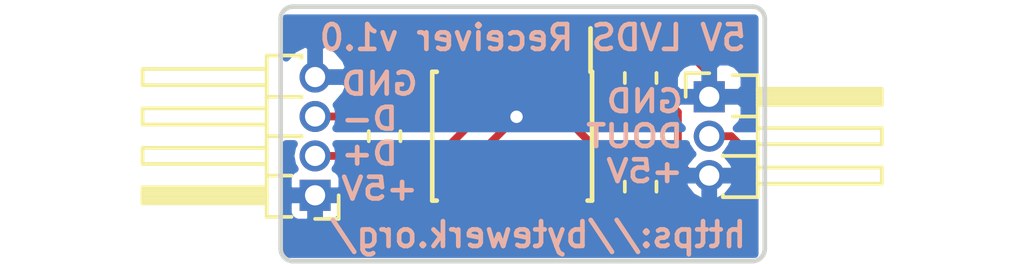
<source format=kicad_pcb>
(kicad_pcb (version 20171130) (host pcbnew 5.0.0-rc2-unknown-dd436b6~65~ubuntu18.04.1)

  (general
    (thickness 1.6)
    (drawings 12)
    (tracks 35)
    (zones 0)
    (modules 6)
    (nets 10)
  )

  (page A4)
  (layers
    (0 F.Cu signal)
    (31 B.Cu signal)
    (32 B.Adhes user)
    (33 F.Adhes user)
    (34 B.Paste user)
    (35 F.Paste user)
    (36 B.SilkS user)
    (37 F.SilkS user)
    (38 B.Mask user)
    (39 F.Mask user)
    (40 Dwgs.User user)
    (41 Cmts.User user)
    (42 Eco1.User user)
    (43 Eco2.User user)
    (44 Edge.Cuts user)
    (45 Margin user)
    (46 B.CrtYd user)
    (47 F.CrtYd user)
    (48 B.Fab user)
    (49 F.Fab user)
  )

  (setup
    (last_trace_width 0.1524)
    (trace_clearance 0.1524)
    (zone_clearance 0.127)
    (zone_45_only no)
    (trace_min 0.1524)
    (segment_width 0.2)
    (edge_width 0.15)
    (via_size 0.6858)
    (via_drill 0.3302)
    (via_min_size 0.508)
    (via_min_drill 0.254)
    (uvia_size 0.6858)
    (uvia_drill 0.3302)
    (uvias_allowed no)
    (uvia_min_size 0.2)
    (uvia_min_drill 0.1)
    (pcb_text_width 0.3)
    (pcb_text_size 1.5 1.5)
    (mod_edge_width 0.15)
    (mod_text_size 1 1)
    (mod_text_width 0.15)
    (pad_size 1.524 1.524)
    (pad_drill 0.762)
    (pad_to_mask_clearance 0.0508)
    (aux_axis_origin 0 0)
    (visible_elements FFFFFF7F)
    (pcbplotparams
      (layerselection 0x010fc_ffffffff)
      (usegerberextensions false)
      (usegerberattributes false)
      (usegerberadvancedattributes false)
      (creategerberjobfile false)
      (excludeedgelayer true)
      (linewidth 0.100000)
      (plotframeref false)
      (viasonmask false)
      (mode 1)
      (useauxorigin false)
      (hpglpennumber 1)
      (hpglpenspeed 20)
      (hpglpendiameter 15.000000)
      (psnegative false)
      (psa4output false)
      (plotreference true)
      (plotvalue true)
      (plotinvisibletext false)
      (padsonsilk false)
      (subtractmaskfromsilk false)
      (outputformat 1)
      (mirror false)
      (drillshape 1)
      (scaleselection 1)
      (outputdirectory ""))
  )

  (net 0 "")
  (net 1 +5V)
  (net 2 GND)
  (net 3 "Net-(J1-Pad2)")
  (net 4 "Net-(J1-Pad3)")
  (net 5 "Net-(J2-Pad2)")
  (net 6 "Net-(R2-Pad2)")
  (net 7 "Net-(U1-Pad6)")
  (net 8 "Net-(U1-Pad7)")
  (net 9 "Net-(U1-Pad8)")

  (net_class Default "This is the default net class."
    (clearance 0.1524)
    (trace_width 0.1524)
    (via_dia 0.6858)
    (via_drill 0.3302)
    (uvia_dia 0.6858)
    (uvia_drill 0.3302)
    (add_net +5V)
    (add_net GND)
    (add_net "Net-(J1-Pad2)")
    (add_net "Net-(J1-Pad3)")
    (add_net "Net-(J2-Pad2)")
    (add_net "Net-(R2-Pad2)")
    (add_net "Net-(U1-Pad6)")
    (add_net "Net-(U1-Pad7)")
    (add_net "Net-(U1-Pad8)")
  )

  (module Capacitor_SMD:C_0603_1608Metric (layer F.Cu) (tedit 5B2FCDFF) (tstamp 5B319D6E)
    (at 154 77.5 90)
    (descr "Capacitor SMD 0603 (1608 Metric), square (rectangular) end terminal, IPC_7351 nominal, (Body size source: http://www.tortai-tech.com/upload/download/2011102023233369053.pdf), generated with kicad-footprint-generator")
    (tags capacitor)
    (path /5B30B16E)
    (attr smd)
    (fp_text reference C1 (at 0 -1.43 90) (layer F.SilkS) hide
      (effects (font (size 1 1) (thickness 0.15)))
    )
    (fp_text value 1uF (at 0 1.43 90) (layer F.Fab)
      (effects (font (size 1 1) (thickness 0.15)))
    )
    (fp_line (start -0.8 0.4) (end -0.8 -0.4) (layer F.Fab) (width 0.1))
    (fp_line (start -0.8 -0.4) (end 0.8 -0.4) (layer F.Fab) (width 0.1))
    (fp_line (start 0.8 -0.4) (end 0.8 0.4) (layer F.Fab) (width 0.1))
    (fp_line (start 0.8 0.4) (end -0.8 0.4) (layer F.Fab) (width 0.1))
    (fp_line (start -0.162779 -0.51) (end 0.162779 -0.51) (layer F.SilkS) (width 0.12))
    (fp_line (start -0.162779 0.51) (end 0.162779 0.51) (layer F.SilkS) (width 0.12))
    (fp_line (start -1.48 0.73) (end -1.48 -0.73) (layer F.CrtYd) (width 0.05))
    (fp_line (start -1.48 -0.73) (end 1.48 -0.73) (layer F.CrtYd) (width 0.05))
    (fp_line (start 1.48 -0.73) (end 1.48 0.73) (layer F.CrtYd) (width 0.05))
    (fp_line (start 1.48 0.73) (end -1.48 0.73) (layer F.CrtYd) (width 0.05))
    (fp_text user %R (at 0 0 90) (layer F.Fab)
      (effects (font (size 0.4 0.4) (thickness 0.06)))
    )
    (pad 1 smd roundrect (at -0.7875 0 90) (size 0.875 0.95) (layers F.Cu F.Paste F.Mask) (roundrect_rratio 0.25)
      (net 1 +5V))
    (pad 2 smd roundrect (at 0.7875 0 90) (size 0.875 0.95) (layers F.Cu F.Paste F.Mask) (roundrect_rratio 0.25)
      (net 2 GND))
    (model ${KISYS3DMOD}/Capacitor_SMD.3dshapes/C_0603_1608Metric.wrl
      (at (xyz 0 0 0))
      (scale (xyz 1 1 1))
      (rotate (xyz 0 0 0))
    )
  )

  (module Connector_PinHeader_1.27mm:PinHeader_1x04_P1.27mm_Horizontal (layer F.Cu) (tedit 5B2FCE10) (tstamp 5B3197E1)
    (at 143.51 81.28 180)
    (descr "Through hole angled pin header, 1x04, 1.27mm pitch, 4.0mm pin length, single row")
    (tags "Through hole angled pin header THT 1x04 1.27mm single row")
    (path /5B3081A1)
    (fp_text reference J1 (at 0.01 -1.47 180) (layer F.SilkS) hide
      (effects (font (size 1 1) (thickness 0.15)))
    )
    (fp_text value Conn_01x04_Female (at 2.4325 5.445 180) (layer F.Fab)
      (effects (font (size 1 1) (thickness 0.15)))
    )
    (fp_line (start 0.75 -0.635) (end 1.5 -0.635) (layer F.Fab) (width 0.1))
    (fp_line (start 1.5 -0.635) (end 1.5 4.445) (layer F.Fab) (width 0.1))
    (fp_line (start 1.5 4.445) (end 0.5 4.445) (layer F.Fab) (width 0.1))
    (fp_line (start 0.5 4.445) (end 0.5 -0.385) (layer F.Fab) (width 0.1))
    (fp_line (start 0.5 -0.385) (end 0.75 -0.635) (layer F.Fab) (width 0.1))
    (fp_line (start -0.2 -0.2) (end 0.5 -0.2) (layer F.Fab) (width 0.1))
    (fp_line (start -0.2 -0.2) (end -0.2 0.2) (layer F.Fab) (width 0.1))
    (fp_line (start -0.2 0.2) (end 0.5 0.2) (layer F.Fab) (width 0.1))
    (fp_line (start 1.5 -0.2) (end 5.5 -0.2) (layer F.Fab) (width 0.1))
    (fp_line (start 5.5 -0.2) (end 5.5 0.2) (layer F.Fab) (width 0.1))
    (fp_line (start 1.5 0.2) (end 5.5 0.2) (layer F.Fab) (width 0.1))
    (fp_line (start -0.2 1.07) (end 0.5 1.07) (layer F.Fab) (width 0.1))
    (fp_line (start -0.2 1.07) (end -0.2 1.47) (layer F.Fab) (width 0.1))
    (fp_line (start -0.2 1.47) (end 0.5 1.47) (layer F.Fab) (width 0.1))
    (fp_line (start 1.5 1.07) (end 5.5 1.07) (layer F.Fab) (width 0.1))
    (fp_line (start 5.5 1.07) (end 5.5 1.47) (layer F.Fab) (width 0.1))
    (fp_line (start 1.5 1.47) (end 5.5 1.47) (layer F.Fab) (width 0.1))
    (fp_line (start -0.2 2.34) (end 0.5 2.34) (layer F.Fab) (width 0.1))
    (fp_line (start -0.2 2.34) (end -0.2 2.74) (layer F.Fab) (width 0.1))
    (fp_line (start -0.2 2.74) (end 0.5 2.74) (layer F.Fab) (width 0.1))
    (fp_line (start 1.5 2.34) (end 5.5 2.34) (layer F.Fab) (width 0.1))
    (fp_line (start 5.5 2.34) (end 5.5 2.74) (layer F.Fab) (width 0.1))
    (fp_line (start 1.5 2.74) (end 5.5 2.74) (layer F.Fab) (width 0.1))
    (fp_line (start -0.2 3.61) (end 0.5 3.61) (layer F.Fab) (width 0.1))
    (fp_line (start -0.2 3.61) (end -0.2 4.01) (layer F.Fab) (width 0.1))
    (fp_line (start -0.2 4.01) (end 0.5 4.01) (layer F.Fab) (width 0.1))
    (fp_line (start 1.5 3.61) (end 5.5 3.61) (layer F.Fab) (width 0.1))
    (fp_line (start 5.5 3.61) (end 5.5 4.01) (layer F.Fab) (width 0.1))
    (fp_line (start 1.5 4.01) (end 5.5 4.01) (layer F.Fab) (width 0.1))
    (fp_line (start 0.76 -0.695) (end 1.56 -0.695) (layer F.SilkS) (width 0.12))
    (fp_line (start 1.56 -0.695) (end 1.56 4.505) (layer F.SilkS) (width 0.12))
    (fp_line (start 1.56 4.505) (end 0.44 4.505) (layer F.SilkS) (width 0.12))
    (fp_line (start 0.44 4.505) (end 0.44 4.429677) (layer F.SilkS) (width 0.12))
    (fp_line (start 1.56 -0.26) (end 5.56 -0.26) (layer F.SilkS) (width 0.12))
    (fp_line (start 5.56 -0.26) (end 5.56 0.26) (layer F.SilkS) (width 0.12))
    (fp_line (start 5.56 0.26) (end 1.56 0.26) (layer F.SilkS) (width 0.12))
    (fp_line (start 1.56 -0.2) (end 5.56 -0.2) (layer F.SilkS) (width 0.12))
    (fp_line (start 1.56 -0.08) (end 5.56 -0.08) (layer F.SilkS) (width 0.12))
    (fp_line (start 1.56 0.04) (end 5.56 0.04) (layer F.SilkS) (width 0.12))
    (fp_line (start 1.56 0.16) (end 5.56 0.16) (layer F.SilkS) (width 0.12))
    (fp_line (start 0.76 0.635) (end 1.56 0.635) (layer F.SilkS) (width 0.12))
    (fp_line (start 1.56 1.01) (end 5.56 1.01) (layer F.SilkS) (width 0.12))
    (fp_line (start 5.56 1.01) (end 5.56 1.53) (layer F.SilkS) (width 0.12))
    (fp_line (start 5.56 1.53) (end 1.56 1.53) (layer F.SilkS) (width 0.12))
    (fp_line (start 0.44 1.905) (end 1.56 1.905) (layer F.SilkS) (width 0.12))
    (fp_line (start 0.44 1.889677) (end 0.44 1.920323) (layer F.SilkS) (width 0.12))
    (fp_line (start 1.56 2.28) (end 5.56 2.28) (layer F.SilkS) (width 0.12))
    (fp_line (start 5.56 2.28) (end 5.56 2.8) (layer F.SilkS) (width 0.12))
    (fp_line (start 5.56 2.8) (end 1.56 2.8) (layer F.SilkS) (width 0.12))
    (fp_line (start 0.44 3.175) (end 1.56 3.175) (layer F.SilkS) (width 0.12))
    (fp_line (start 0.44 3.159677) (end 0.44 3.190323) (layer F.SilkS) (width 0.12))
    (fp_line (start 1.56 3.55) (end 5.56 3.55) (layer F.SilkS) (width 0.12))
    (fp_line (start 5.56 3.55) (end 5.56 4.07) (layer F.SilkS) (width 0.12))
    (fp_line (start 5.56 4.07) (end 1.56 4.07) (layer F.SilkS) (width 0.12))
    (fp_line (start -0.76 0) (end -0.76 -0.76) (layer F.SilkS) (width 0.12))
    (fp_line (start -0.76 -0.76) (end 0 -0.76) (layer F.SilkS) (width 0.12))
    (fp_line (start -1.15 -1.15) (end -1.15 4.95) (layer F.CrtYd) (width 0.05))
    (fp_line (start -1.15 4.95) (end 6 4.95) (layer F.CrtYd) (width 0.05))
    (fp_line (start 6 4.95) (end 6 -1.15) (layer F.CrtYd) (width 0.05))
    (fp_line (start 6 -1.15) (end -1.15 -1.15) (layer F.CrtYd) (width 0.05))
    (fp_text user %R (at 1 1.905 270) (layer F.Fab)
      (effects (font (size 0.6 0.6) (thickness 0.09)))
    )
    (pad 1 thru_hole rect (at 0 0 180) (size 1 1) (drill 0.65) (layers *.Cu *.Mask)
      (net 1 +5V))
    (pad 2 thru_hole oval (at 0 1.27 180) (size 1 1) (drill 0.65) (layers *.Cu *.Mask)
      (net 3 "Net-(J1-Pad2)"))
    (pad 3 thru_hole oval (at 0 2.54 180) (size 1 1) (drill 0.65) (layers *.Cu *.Mask)
      (net 4 "Net-(J1-Pad3)"))
    (pad 4 thru_hole oval (at 0 3.81 180) (size 1 1) (drill 0.65) (layers *.Cu *.Mask)
      (net 2 GND))
    (model ${KISYS3DMOD}/Connector_PinHeader_1.27mm.3dshapes/PinHeader_1x04_P1.27mm_Horizontal.wrl
      (at (xyz 0 0 0))
      (scale (xyz 1 1 1))
      (rotate (xyz 0 0 0))
    )
  )

  (module Connector_PinHeader_1.27mm:PinHeader_1x03_P1.27mm_Horizontal (layer F.Cu) (tedit 5B2FCDFB) (tstamp 5B3182BE)
    (at 156.21 78.105)
    (descr "Through hole angled pin header, 1x03, 1.27mm pitch, 4.0mm pin length, single row")
    (tags "Through hole angled pin header THT 1x03 1.27mm single row")
    (path /5B308F59)
    (fp_text reference J2 (at 0.04 -1.635) (layer F.SilkS) hide
      (effects (font (size 1 1) (thickness 0.15)))
    )
    (fp_text value Conn_01x03_Female (at 2.4325 4.175) (layer F.Fab)
      (effects (font (size 1 1) (thickness 0.15)))
    )
    (fp_line (start 0.75 -0.635) (end 1.5 -0.635) (layer F.Fab) (width 0.1))
    (fp_line (start 1.5 -0.635) (end 1.5 3.175) (layer F.Fab) (width 0.1))
    (fp_line (start 1.5 3.175) (end 0.5 3.175) (layer F.Fab) (width 0.1))
    (fp_line (start 0.5 3.175) (end 0.5 -0.385) (layer F.Fab) (width 0.1))
    (fp_line (start 0.5 -0.385) (end 0.75 -0.635) (layer F.Fab) (width 0.1))
    (fp_line (start -0.2 -0.2) (end 0.5 -0.2) (layer F.Fab) (width 0.1))
    (fp_line (start -0.2 -0.2) (end -0.2 0.2) (layer F.Fab) (width 0.1))
    (fp_line (start -0.2 0.2) (end 0.5 0.2) (layer F.Fab) (width 0.1))
    (fp_line (start 1.5 -0.2) (end 5.5 -0.2) (layer F.Fab) (width 0.1))
    (fp_line (start 5.5 -0.2) (end 5.5 0.2) (layer F.Fab) (width 0.1))
    (fp_line (start 1.5 0.2) (end 5.5 0.2) (layer F.Fab) (width 0.1))
    (fp_line (start -0.2 1.07) (end 0.5 1.07) (layer F.Fab) (width 0.1))
    (fp_line (start -0.2 1.07) (end -0.2 1.47) (layer F.Fab) (width 0.1))
    (fp_line (start -0.2 1.47) (end 0.5 1.47) (layer F.Fab) (width 0.1))
    (fp_line (start 1.5 1.07) (end 5.5 1.07) (layer F.Fab) (width 0.1))
    (fp_line (start 5.5 1.07) (end 5.5 1.47) (layer F.Fab) (width 0.1))
    (fp_line (start 1.5 1.47) (end 5.5 1.47) (layer F.Fab) (width 0.1))
    (fp_line (start -0.2 2.34) (end 0.5 2.34) (layer F.Fab) (width 0.1))
    (fp_line (start -0.2 2.34) (end -0.2 2.74) (layer F.Fab) (width 0.1))
    (fp_line (start -0.2 2.74) (end 0.5 2.74) (layer F.Fab) (width 0.1))
    (fp_line (start 1.5 2.34) (end 5.5 2.34) (layer F.Fab) (width 0.1))
    (fp_line (start 5.5 2.34) (end 5.5 2.74) (layer F.Fab) (width 0.1))
    (fp_line (start 1.5 2.74) (end 5.5 2.74) (layer F.Fab) (width 0.1))
    (fp_line (start 0.76 -0.695) (end 1.56 -0.695) (layer F.SilkS) (width 0.12))
    (fp_line (start 1.56 -0.695) (end 1.56 3.235) (layer F.SilkS) (width 0.12))
    (fp_line (start 1.56 3.235) (end 0.44 3.235) (layer F.SilkS) (width 0.12))
    (fp_line (start 0.44 3.235) (end 0.44 3.159677) (layer F.SilkS) (width 0.12))
    (fp_line (start 1.56 -0.26) (end 5.56 -0.26) (layer F.SilkS) (width 0.12))
    (fp_line (start 5.56 -0.26) (end 5.56 0.26) (layer F.SilkS) (width 0.12))
    (fp_line (start 5.56 0.26) (end 1.56 0.26) (layer F.SilkS) (width 0.12))
    (fp_line (start 1.56 -0.2) (end 5.56 -0.2) (layer F.SilkS) (width 0.12))
    (fp_line (start 1.56 -0.08) (end 5.56 -0.08) (layer F.SilkS) (width 0.12))
    (fp_line (start 1.56 0.04) (end 5.56 0.04) (layer F.SilkS) (width 0.12))
    (fp_line (start 1.56 0.16) (end 5.56 0.16) (layer F.SilkS) (width 0.12))
    (fp_line (start 0.76 0.635) (end 1.56 0.635) (layer F.SilkS) (width 0.12))
    (fp_line (start 1.56 1.01) (end 5.56 1.01) (layer F.SilkS) (width 0.12))
    (fp_line (start 5.56 1.01) (end 5.56 1.53) (layer F.SilkS) (width 0.12))
    (fp_line (start 5.56 1.53) (end 1.56 1.53) (layer F.SilkS) (width 0.12))
    (fp_line (start 0.44 1.905) (end 1.56 1.905) (layer F.SilkS) (width 0.12))
    (fp_line (start 0.44 1.889677) (end 0.44 1.920323) (layer F.SilkS) (width 0.12))
    (fp_line (start 1.56 2.28) (end 5.56 2.28) (layer F.SilkS) (width 0.12))
    (fp_line (start 5.56 2.28) (end 5.56 2.8) (layer F.SilkS) (width 0.12))
    (fp_line (start 5.56 2.8) (end 1.56 2.8) (layer F.SilkS) (width 0.12))
    (fp_line (start -0.76 0) (end -0.76 -0.76) (layer F.SilkS) (width 0.12))
    (fp_line (start -0.76 -0.76) (end 0 -0.76) (layer F.SilkS) (width 0.12))
    (fp_line (start -1.15 -1.15) (end -1.15 3.7) (layer F.CrtYd) (width 0.05))
    (fp_line (start -1.15 3.7) (end 6 3.7) (layer F.CrtYd) (width 0.05))
    (fp_line (start 6 3.7) (end 6 -1.15) (layer F.CrtYd) (width 0.05))
    (fp_line (start 6 -1.15) (end -1.15 -1.15) (layer F.CrtYd) (width 0.05))
    (fp_text user %R (at 1 1.27 90) (layer F.Fab)
      (effects (font (size 0.6 0.6) (thickness 0.09)))
    )
    (pad 1 thru_hole rect (at 0 0) (size 1 1) (drill 0.65) (layers *.Cu *.Mask)
      (net 2 GND))
    (pad 2 thru_hole oval (at 0 1.27) (size 1 1) (drill 0.65) (layers *.Cu *.Mask)
      (net 5 "Net-(J2-Pad2)"))
    (pad 3 thru_hole oval (at 0 2.54) (size 1 1) (drill 0.65) (layers *.Cu *.Mask)
      (net 1 +5V))
    (model ${KISYS3DMOD}/Connector_PinHeader_1.27mm.3dshapes/PinHeader_1x03_P1.27mm_Horizontal.wrl
      (at (xyz 0 0 0))
      (scale (xyz 1 1 1))
      (rotate (xyz 0 0 0))
    )
  )

  (module Resistor_SMD:R_0603_1608Metric (layer F.Cu) (tedit 5B2FCE0C) (tstamp 5B318B07)
    (at 145.75 79.375 90)
    (descr "Resistor SMD 0603 (1608 Metric), square (rectangular) end terminal, IPC_7351 nominal, (Body size source: http://www.tortai-tech.com/upload/download/2011102023233369053.pdf), generated with kicad-footprint-generator")
    (tags resistor)
    (path /5B308272)
    (attr smd)
    (fp_text reference R1 (at 0 -1.43 90) (layer F.SilkS) hide
      (effects (font (size 1 1) (thickness 0.15)))
    )
    (fp_text value 100R (at 0 1.43 90) (layer F.Fab)
      (effects (font (size 1 1) (thickness 0.15)))
    )
    (fp_line (start -0.8 0.4) (end -0.8 -0.4) (layer F.Fab) (width 0.1))
    (fp_line (start -0.8 -0.4) (end 0.8 -0.4) (layer F.Fab) (width 0.1))
    (fp_line (start 0.8 -0.4) (end 0.8 0.4) (layer F.Fab) (width 0.1))
    (fp_line (start 0.8 0.4) (end -0.8 0.4) (layer F.Fab) (width 0.1))
    (fp_line (start -0.162779 -0.51) (end 0.162779 -0.51) (layer F.SilkS) (width 0.12))
    (fp_line (start -0.162779 0.51) (end 0.162779 0.51) (layer F.SilkS) (width 0.12))
    (fp_line (start -1.48 0.73) (end -1.48 -0.73) (layer F.CrtYd) (width 0.05))
    (fp_line (start -1.48 -0.73) (end 1.48 -0.73) (layer F.CrtYd) (width 0.05))
    (fp_line (start 1.48 -0.73) (end 1.48 0.73) (layer F.CrtYd) (width 0.05))
    (fp_line (start 1.48 0.73) (end -1.48 0.73) (layer F.CrtYd) (width 0.05))
    (fp_text user %R (at 0 0 90) (layer F.Fab)
      (effects (font (size 0.4 0.4) (thickness 0.06)))
    )
    (pad 1 smd roundrect (at -0.7875 0 90) (size 0.875 0.95) (layers F.Cu F.Paste F.Mask) (roundrect_rratio 0.25)
      (net 3 "Net-(J1-Pad2)"))
    (pad 2 smd roundrect (at 0.7875 0 90) (size 0.875 0.95) (layers F.Cu F.Paste F.Mask) (roundrect_rratio 0.25)
      (net 4 "Net-(J1-Pad3)"))
    (model ${KISYS3DMOD}/Resistor_SMD.3dshapes/R_0603_1608Metric.wrl
      (at (xyz 0 0 0))
      (scale (xyz 1 1 1))
      (rotate (xyz 0 0 0))
    )
  )

  (module Resistor_SMD:R_0603_1608Metric (layer F.Cu) (tedit 5B2FCDF4) (tstamp 5B319495)
    (at 154 81 90)
    (descr "Resistor SMD 0603 (1608 Metric), square (rectangular) end terminal, IPC_7351 nominal, (Body size source: http://www.tortai-tech.com/upload/download/2011102023233369053.pdf), generated with kicad-footprint-generator")
    (tags resistor)
    (path /5B308BFC)
    (attr smd)
    (fp_text reference R2 (at -2 0 180) (layer F.SilkS) hide
      (effects (font (size 1 1) (thickness 0.15)))
    )
    (fp_text value 100R (at 0 1.43 90) (layer F.Fab)
      (effects (font (size 1 1) (thickness 0.15)))
    )
    (fp_text user %R (at 0 0 90) (layer F.Fab)
      (effects (font (size 0.4 0.4) (thickness 0.06)))
    )
    (fp_line (start 1.48 0.73) (end -1.48 0.73) (layer F.CrtYd) (width 0.05))
    (fp_line (start 1.48 -0.73) (end 1.48 0.73) (layer F.CrtYd) (width 0.05))
    (fp_line (start -1.48 -0.73) (end 1.48 -0.73) (layer F.CrtYd) (width 0.05))
    (fp_line (start -1.48 0.73) (end -1.48 -0.73) (layer F.CrtYd) (width 0.05))
    (fp_line (start -0.162779 0.51) (end 0.162779 0.51) (layer F.SilkS) (width 0.12))
    (fp_line (start -0.162779 -0.51) (end 0.162779 -0.51) (layer F.SilkS) (width 0.12))
    (fp_line (start 0.8 0.4) (end -0.8 0.4) (layer F.Fab) (width 0.1))
    (fp_line (start 0.8 -0.4) (end 0.8 0.4) (layer F.Fab) (width 0.1))
    (fp_line (start -0.8 -0.4) (end 0.8 -0.4) (layer F.Fab) (width 0.1))
    (fp_line (start -0.8 0.4) (end -0.8 -0.4) (layer F.Fab) (width 0.1))
    (pad 2 smd roundrect (at 0.7875 0 90) (size 0.875 0.95) (layers F.Cu F.Paste F.Mask) (roundrect_rratio 0.25)
      (net 6 "Net-(R2-Pad2)"))
    (pad 1 smd roundrect (at -0.7875 0 90) (size 0.875 0.95) (layers F.Cu F.Paste F.Mask) (roundrect_rratio 0.25)
      (net 5 "Net-(J2-Pad2)"))
    (model ${KISYS3DMOD}/Resistor_SMD.3dshapes/R_0603_1608Metric.wrl
      (at (xyz 0 0 0))
      (scale (xyz 1 1 1))
      (rotate (xyz 0 0 0))
    )
  )

  (module Package_SO:SOIC-8_3.9x4.9mm_P1.27mm (layer F.Cu) (tedit 5B2FCE04) (tstamp 5B318887)
    (at 149.86 79.375 270)
    (descr "8-Lead Plastic Small Outline (SN) - Narrow, 3.90 mm Body [SOIC] (see Microchip Packaging Specification 00000049BS.pdf)")
    (tags "SOIC 1.27")
    (path /5B307FFA)
    (attr smd)
    (fp_text reference U1 (at 0 -0.14) (layer F.SilkS) hide
      (effects (font (size 1 1) (thickness 0.15)))
    )
    (fp_text value DS90C402 (at 0 3.5 270) (layer F.Fab)
      (effects (font (size 1 1) (thickness 0.15)))
    )
    (fp_text user %R (at 0 0 270) (layer F.Fab)
      (effects (font (size 1 1) (thickness 0.15)))
    )
    (fp_line (start -0.95 -2.45) (end 1.95 -2.45) (layer F.Fab) (width 0.1))
    (fp_line (start 1.95 -2.45) (end 1.95 2.45) (layer F.Fab) (width 0.1))
    (fp_line (start 1.95 2.45) (end -1.95 2.45) (layer F.Fab) (width 0.1))
    (fp_line (start -1.95 2.45) (end -1.95 -1.45) (layer F.Fab) (width 0.1))
    (fp_line (start -1.95 -1.45) (end -0.95 -2.45) (layer F.Fab) (width 0.1))
    (fp_line (start -3.73 -2.7) (end -3.73 2.7) (layer F.CrtYd) (width 0.05))
    (fp_line (start 3.73 -2.7) (end 3.73 2.7) (layer F.CrtYd) (width 0.05))
    (fp_line (start -3.73 -2.7) (end 3.73 -2.7) (layer F.CrtYd) (width 0.05))
    (fp_line (start -3.73 2.7) (end 3.73 2.7) (layer F.CrtYd) (width 0.05))
    (fp_line (start -2.075 -2.575) (end -2.075 -2.525) (layer F.SilkS) (width 0.15))
    (fp_line (start 2.075 -2.575) (end 2.075 -2.43) (layer F.SilkS) (width 0.15))
    (fp_line (start 2.075 2.575) (end 2.075 2.43) (layer F.SilkS) (width 0.15))
    (fp_line (start -2.075 2.575) (end -2.075 2.43) (layer F.SilkS) (width 0.15))
    (fp_line (start -2.075 -2.575) (end 2.075 -2.575) (layer F.SilkS) (width 0.15))
    (fp_line (start -2.075 2.575) (end 2.075 2.575) (layer F.SilkS) (width 0.15))
    (fp_line (start -2.075 -2.525) (end -3.475 -2.525) (layer F.SilkS) (width 0.15))
    (pad 1 smd rect (at -2.7 -1.905 270) (size 1.55 0.6) (layers F.Cu F.Paste F.Mask)
      (net 1 +5V))
    (pad 2 smd rect (at -2.7 -0.635 270) (size 1.55 0.6) (layers F.Cu F.Paste F.Mask)
      (net 6 "Net-(R2-Pad2)"))
    (pad 3 smd rect (at -2.7 0.635 270) (size 1.55 0.6) (layers F.Cu F.Paste F.Mask)
      (net 3 "Net-(J1-Pad2)"))
    (pad 4 smd rect (at -2.7 1.905 270) (size 1.55 0.6) (layers F.Cu F.Paste F.Mask)
      (net 4 "Net-(J1-Pad3)"))
    (pad 5 smd rect (at 2.7 1.905 270) (size 1.55 0.6) (layers F.Cu F.Paste F.Mask)
      (net 2 GND))
    (pad 6 smd rect (at 2.7 0.635 270) (size 1.55 0.6) (layers F.Cu F.Paste F.Mask)
      (net 7 "Net-(U1-Pad6)"))
    (pad 7 smd rect (at 2.7 -0.635 270) (size 1.55 0.6) (layers F.Cu F.Paste F.Mask)
      (net 8 "Net-(U1-Pad7)"))
    (pad 8 smd rect (at 2.7 -1.905 270) (size 1.55 0.6) (layers F.Cu F.Paste F.Mask)
      (net 9 "Net-(U1-Pad8)"))
    (model ${KISYS3DMOD}/Package_SO.3dshapes/SOIC-8_3.9x4.9mm_P1.27mm.wrl
      (at (xyz 0 0 0))
      (scale (xyz 1 1 1))
      (rotate (xyz 0 0 0))
    )
  )

  (gr_arc (start 157.6 83) (end 157.6 83.4) (angle -90) (layer Edge.Cuts) (width 0.15))
  (gr_arc (start 157.6 75.6) (end 158 75.6) (angle -90) (layer Edge.Cuts) (width 0.15))
  (gr_arc (start 142.8 75.6) (end 142.8 75.2) (angle -90) (layer Edge.Cuts) (width 0.15))
  (gr_arc (start 142.8 83) (end 142.4 83) (angle -90) (layer Edge.Cuts) (width 0.15))
  (gr_text "5V LVDS Receiver v1.0" (at 157.48 76.2) (layer B.SilkS) (tstamp 5B31BE45)
    (effects (font (size 0.8 0.8) (thickness 0.15)) (justify left mirror))
  )
  (gr_text https://bytewerk.org/ (at 157.48 82.55) (layer B.SilkS)
    (effects (font (size 0.8 0.8) (thickness 0.15)) (justify left mirror))
  )
  (gr_text "GND\nDOUT\n+5V" (at 155.448 79.375) (layer B.SilkS) (tstamp 5B31B995)
    (effects (font (size 0.7 0.8) (thickness 0.15)) (justify left mirror))
  )
  (gr_text "GND\nD-\nD+\n+5V" (at 144.272 79.375) (layer B.SilkS)
    (effects (font (size 0.7 0.8) (thickness 0.15)) (justify right mirror))
  )
  (gr_line (start 142.4 83) (end 142.4 75.6) (layer Edge.Cuts) (width 0.15))
  (gr_line (start 157.6 83.4) (end 142.8 83.4) (layer Edge.Cuts) (width 0.15))
  (gr_line (start 158 75.6) (end 158 83) (layer Edge.Cuts) (width 0.15) (tstamp 5B31C077))
  (gr_line (start 142.8 75.2) (end 157.6 75.2) (layer Edge.Cuts) (width 0.15))

  (segment (start 154 78.2875) (end 152.0375 78.2875) (width 0.25) (layer F.Cu) (net 1))
  (segment (start 151.765 78.015) (end 151.765 76.675) (width 0.25) (layer F.Cu) (net 1))
  (segment (start 152.0375 78.2875) (end 151.765 78.015) (width 0.25) (layer F.Cu) (net 1))
  (segment (start 156.21 80.645) (end 155.645 80.645) (width 0.25) (layer F.Cu) (net 1))
  (segment (start 155.645 80.645) (end 155.2 80.2) (width 0.25) (layer F.Cu) (net 1))
  (segment (start 155.2 80.2) (end 155.2 78.6) (width 0.25) (layer F.Cu) (net 1))
  (segment (start 154.8875 78.2875) (end 154 78.2875) (width 0.25) (layer F.Cu) (net 1))
  (segment (start 155.2 78.6) (end 154.8875 78.2875) (width 0.25) (layer F.Cu) (net 1))
  (segment (start 155.5675 76.7125) (end 156.21 77.355) (width 0.25) (layer F.Cu) (net 2))
  (segment (start 156.21 77.355) (end 156.21 78.105) (width 0.25) (layer F.Cu) (net 2))
  (segment (start 154 76.7125) (end 155.5675 76.7125) (width 0.25) (layer F.Cu) (net 2))
  (via (at 150 78.75) (size 0.8) (drill 0.4) (layers F.Cu B.Cu) (net 2))
  (segment (start 147.955 82.075) (end 147.955 80.795) (width 0.25) (layer F.Cu) (net 2))
  (segment (start 147.955 80.795) (end 150 78.75) (width 0.25) (layer F.Cu) (net 2))
  (segment (start 148.72 77.47) (end 143.51 77.47) (width 0.25) (layer B.Cu) (net 2))
  (segment (start 150 78.75) (end 148.72 77.47) (width 0.25) (layer B.Cu) (net 2))
  (segment (start 145.5975 80.01) (end 145.75 80.1625) (width 0.25) (layer F.Cu) (net 3))
  (segment (start 143.51 80.01) (end 145.5975 80.01) (width 0.25) (layer F.Cu) (net 3))
  (segment (start 145.75 80.1625) (end 147.3375 80.1625) (width 0.25) (layer F.Cu) (net 3))
  (segment (start 149.225 78.275) (end 149.225 76.675) (width 0.25) (layer F.Cu) (net 3))
  (segment (start 147.3375 80.1625) (end 149.225 78.275) (width 0.25) (layer F.Cu) (net 3))
  (segment (start 145.5975 78.74) (end 145.75 78.5875) (width 0.25) (layer F.Cu) (net 4))
  (segment (start 143.51 78.74) (end 145.5975 78.74) (width 0.25) (layer F.Cu) (net 4))
  (segment (start 145.75 78.5875) (end 147.4125 78.5875) (width 0.25) (layer F.Cu) (net 4))
  (segment (start 147.955 78.045) (end 147.955 76.675) (width 0.25) (layer F.Cu) (net 4))
  (segment (start 147.4125 78.5875) (end 147.955 78.045) (width 0.25) (layer F.Cu) (net 4))
  (segment (start 156.4625 81.7875) (end 154 81.7875) (width 0.25) (layer F.Cu) (net 5))
  (segment (start 157.25 79.707894) (end 157.25 81) (width 0.25) (layer F.Cu) (net 5))
  (segment (start 156.917106 79.375) (end 157.25 79.707894) (width 0.25) (layer F.Cu) (net 5))
  (segment (start 157.25 81) (end 156.4625 81.7875) (width 0.25) (layer F.Cu) (net 5))
  (segment (start 156.21 79.375) (end 156.917106 79.375) (width 0.25) (layer F.Cu) (net 5))
  (segment (start 153.425 80.2125) (end 154 80.2125) (width 0.25) (layer F.Cu) (net 6))
  (segment (start 153.0075 80.2125) (end 153.425 80.2125) (width 0.25) (layer F.Cu) (net 6))
  (segment (start 150.495 77.7) (end 153.0075 80.2125) (width 0.25) (layer F.Cu) (net 6))
  (segment (start 150.495 76.675) (end 150.495 77.7) (width 0.25) (layer F.Cu) (net 6))

  (zone (net 2) (net_name GND) (layer B.Cu) (tstamp 0) (hatch edge 0.508)
    (connect_pads (clearance 0.127))
    (min_thickness 0.254)
    (fill yes (arc_segments 16) (thermal_gap 0.508) (thermal_bridge_width 0.508))
    (polygon
      (pts
        (xy 142.25 75.25) (xy 158 75.25) (xy 158 79.25) (xy 142.25 79.25)
      )
    )
    (filled_polygon
      (pts
        (xy 157.671 79.123) (xy 157.090025 79.123) (xy 157.248327 78.964699) (xy 157.345 78.73131) (xy 157.345 78.39075)
        (xy 157.18625 78.232) (xy 156.337 78.232) (xy 156.337 78.252) (xy 156.083 78.252) (xy 156.083 78.232)
        (xy 155.23375 78.232) (xy 155.075 78.39075) (xy 155.075 78.73131) (xy 155.171673 78.964699) (xy 155.329975 79.123)
        (xy 144.191464 79.123) (xy 144.244178 79.044107) (xy 144.304669 78.74) (xy 144.244178 78.435893) (xy 144.199684 78.369302)
        (xy 144.207604 78.365323) (xy 144.497127 78.030209) (xy 144.604119 77.771874) (xy 144.477954 77.597) (xy 143.637 77.597)
        (xy 143.637 77.617) (xy 143.383 77.617) (xy 143.383 77.597) (xy 143.363 77.597) (xy 143.363 77.47869)
        (xy 155.075 77.47869) (xy 155.075 77.81925) (xy 155.23375 77.978) (xy 156.083 77.978) (xy 156.083 77.12875)
        (xy 156.337 77.12875) (xy 156.337 77.978) (xy 157.18625 77.978) (xy 157.345 77.81925) (xy 157.345 77.47869)
        (xy 157.248327 77.245301) (xy 157.069698 77.066673) (xy 156.836309 76.97) (xy 156.49575 76.97) (xy 156.337 77.12875)
        (xy 156.083 77.12875) (xy 155.92425 76.97) (xy 155.583691 76.97) (xy 155.350302 77.066673) (xy 155.171673 77.245301)
        (xy 155.075 77.47869) (xy 143.363 77.47869) (xy 143.363 77.343) (xy 143.383 77.343) (xy 143.383 76.500865)
        (xy 143.637 76.500865) (xy 143.637 77.343) (xy 144.477954 77.343) (xy 144.604119 77.168126) (xy 144.497127 76.909791)
        (xy 144.207604 76.574677) (xy 143.811877 76.375868) (xy 143.637 76.500865) (xy 143.383 76.500865) (xy 143.208123 76.375868)
        (xy 142.812396 76.574677) (xy 142.579 76.844826) (xy 142.579 75.579) (xy 157.671 75.579)
      )
    )
  )
  (zone (net 1) (net_name +5V) (layer B.Cu) (tstamp 0) (hatch edge 0.508)
    (connect_pads (clearance 0.127))
    (min_thickness 0.254)
    (fill yes (arc_segments 16) (thermal_gap 0.254) (thermal_bridge_width 0.508))
    (polygon
      (pts
        (xy 142.25 79.5) (xy 158 79.5) (xy 158 83.5) (xy 142.25 83.5)
      )
    )
    (filled_polygon
      (pts
        (xy 142.775822 79.705893) (xy 142.715331 80.01) (xy 142.775822 80.314107) (xy 142.854584 80.431984) (xy 142.79418 80.457004)
        (xy 142.687004 80.564181) (xy 142.629 80.704215) (xy 142.629 81.05775) (xy 142.72425 81.153) (xy 143.383 81.153)
        (xy 143.383 81.133) (xy 143.637 81.133) (xy 143.637 81.153) (xy 144.29575 81.153) (xy 144.391 81.05775)
        (xy 144.391 80.906816) (xy 155.368802 80.906816) (xy 155.430039 81.054695) (xy 155.646193 81.321987) (xy 155.948182 81.486214)
        (xy 156.083 81.421565) (xy 156.083 80.772) (xy 156.337 80.772) (xy 156.337 81.421565) (xy 156.471818 81.486214)
        (xy 156.773807 81.321987) (xy 156.989961 81.054695) (xy 157.051198 80.906816) (xy 156.985419 80.772) (xy 156.337 80.772)
        (xy 156.083 80.772) (xy 155.434581 80.772) (xy 155.368802 80.906816) (xy 144.391 80.906816) (xy 144.391 80.704215)
        (xy 144.332996 80.564181) (xy 144.22582 80.457004) (xy 144.165416 80.431984) (xy 144.244178 80.314107) (xy 144.304669 80.01)
        (xy 144.244178 79.705893) (xy 144.191464 79.627) (xy 155.465457 79.627) (xy 155.475822 79.679107) (xy 155.648084 79.936916)
        (xy 155.672893 79.953493) (xy 155.646193 79.968013) (xy 155.430039 80.235305) (xy 155.368802 80.383184) (xy 155.434581 80.518)
        (xy 156.083 80.518) (xy 156.083 80.498) (xy 156.337 80.498) (xy 156.337 80.518) (xy 156.985419 80.518)
        (xy 157.051198 80.383184) (xy 156.989961 80.235305) (xy 156.773807 79.968013) (xy 156.747107 79.953493) (xy 156.771916 79.936916)
        (xy 156.944178 79.679107) (xy 156.954543 79.627) (xy 157.671001 79.627) (xy 157.671001 83.171) (xy 142.579 83.171)
        (xy 142.579 81.50225) (xy 142.629 81.50225) (xy 142.629 81.855785) (xy 142.687004 81.995819) (xy 142.79418 82.102996)
        (xy 142.934214 82.161) (xy 143.28775 82.161) (xy 143.383 82.06575) (xy 143.383 81.407) (xy 143.637 81.407)
        (xy 143.637 82.06575) (xy 143.73225 82.161) (xy 144.085786 82.161) (xy 144.22582 82.102996) (xy 144.332996 81.995819)
        (xy 144.391 81.855785) (xy 144.391 81.50225) (xy 144.29575 81.407) (xy 143.637 81.407) (xy 143.383 81.407)
        (xy 142.72425 81.407) (xy 142.629 81.50225) (xy 142.579 81.50225) (xy 142.579 79.627) (xy 142.828536 79.627)
      )
    )
  )
)

</source>
